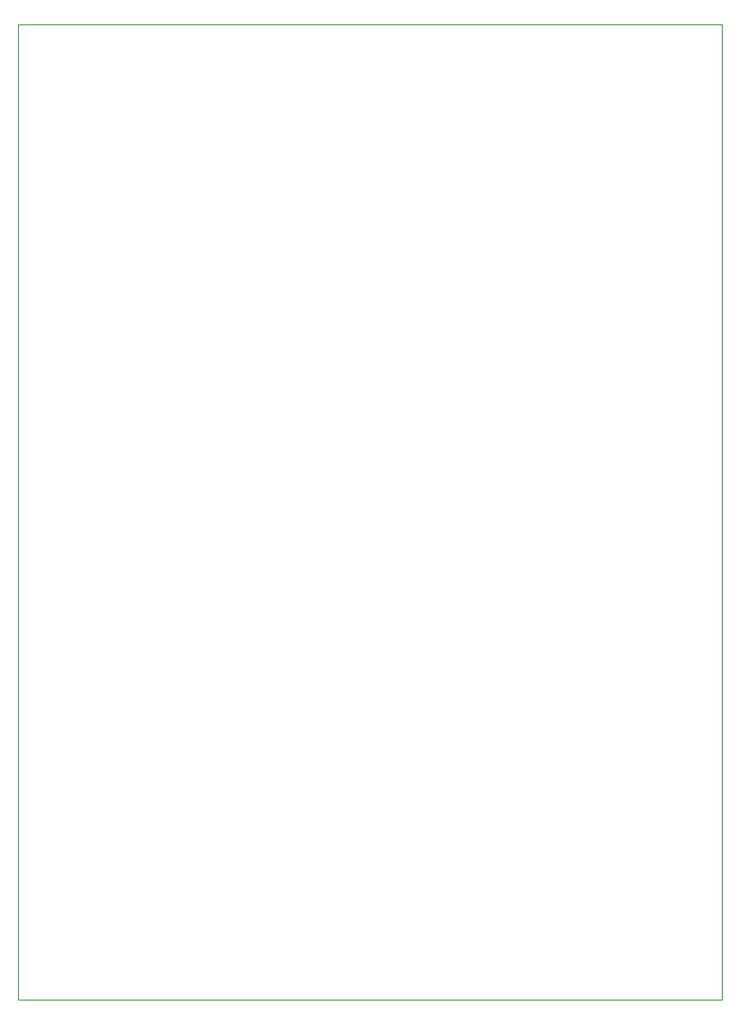
<source format=gbr>
G04 #@! TF.GenerationSoftware,KiCad,Pcbnew,(5.1.2)-2*
G04 #@! TF.CreationDate,2019-07-16T17:36:30-04:00*
G04 #@! TF.ProjectId,8 bit serial to parallel,38206269-7420-4736-9572-69616c20746f,rev?*
G04 #@! TF.SameCoordinates,Original*
G04 #@! TF.FileFunction,Profile,NP*
%FSLAX46Y46*%
G04 Gerber Fmt 4.6, Leading zero omitted, Abs format (unit mm)*
G04 Created by KiCad (PCBNEW (5.1.2)-2) date 2019-07-16 17:36:30*
%MOMM*%
%LPD*%
G04 APERTURE LIST*
%ADD10C,0.050000*%
G04 APERTURE END LIST*
D10*
X105410000Y-27940000D02*
X105410000Y-119380000D01*
X39370000Y-119380000D02*
X105410000Y-119380000D01*
X39370000Y-27940000D02*
X39370000Y-119380000D01*
X105410000Y-27940000D02*
X39370000Y-27940000D01*
M02*

</source>
